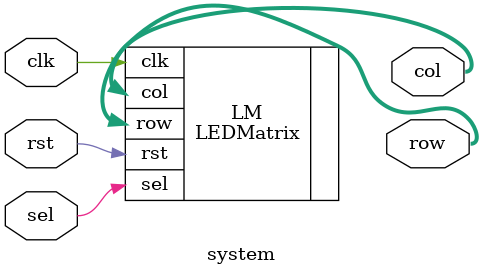
<source format=v>
module system(clk, rst, row, col, sel);
	input clk, rst, sel;
	
	output[7:0]row, col;
	
	wire dclk;
	
	//freqDevider FD(.clk(clk), .dclk(dclk));
	LEDMatrix LM(.clk(clk), .rst(rst), .row(row), .col(col), .sel(sel));
	
endmodule
</source>
